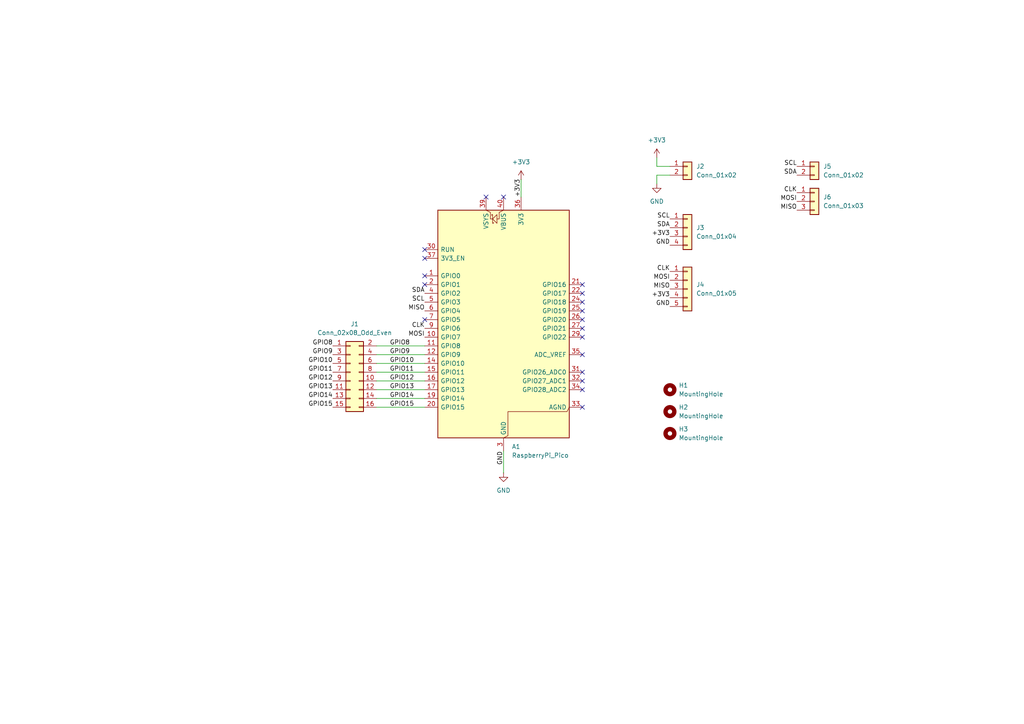
<source format=kicad_sch>
(kicad_sch (version 20250114) (generator "eeschema") (generator_version "9.0")
  (paper "A4")
  (lib_symbols
    (symbol "Connector_Generic:Conn_01x02" (pin_names (offset 1.016) (hide yes))
      (property "Reference" "J" (at 0 2.54 0))
      (property "Value" "Conn_01x02" (at 0 -5.08 0))
      (symbol "Conn_01x02_1_1"
        (rectangle (start -1.27 1.27) (end 1.27 -3.81) (stroke (width 0.254)) (fill (type background)))
        (rectangle (start -1.27 0.127) (end 0 -0.127) (stroke (width 0.1524)))
        (rectangle (start -1.27 -2.413) (end 0 -2.667) (stroke (width 0.1524)))
        (pin passive line (at -5.08 0 0) (length 3.81) (name "Pin_1") (number "1"))
        (pin passive line (at -5.08 -2.54 0) (length 3.81) (name "Pin_2") (number "2"))
      )
    )
    (symbol "Connector_Generic:Conn_01x03" (pin_names (offset 1.016) (hide yes))
      (property "Reference" "J" (at 0 5.08 0))
      (property "Value" "Conn_01x03" (at 0 -5.08 0))
      (symbol "Conn_01x03_1_1"
        (rectangle (start -1.27 3.81) (end 1.27 -3.81) (stroke (width 0.254)) (fill (type background)))
        (rectangle (start -1.27 2.667) (end 0 2.413) (stroke (width 0.1524)))
        (rectangle (start -1.27 0.127) (end 0 -0.127) (stroke (width 0.1524)))
        (rectangle (start -1.27 -2.413) (end 0 -2.667) (stroke (width 0.1524)))
        (pin passive line (at -5.08 2.54 0) (length 3.81) (name "Pin_1") (number "1"))
        (pin passive line (at -5.08 0 0) (length 3.81) (name "Pin_2") (number "2"))
        (pin passive line (at -5.08 -2.54 0) (length 3.81) (name "Pin_3") (number "3"))
      )
    )
    (symbol "Connector_Generic:Conn_01x04" (pin_names (offset 1.016) (hide yes))
      (property "Reference" "J" (at 0 5.08 0))
      (property "Value" "Conn_01x04" (at 0 -7.62 0))
      (symbol "Conn_01x04_1_1"
        (rectangle (start -1.27 3.81) (end 1.27 -6.35) (stroke (width 0.254)) (fill (type background)))
        (rectangle (start -1.27 2.667) (end 0 2.413) (stroke (width 0.1524)))
        (rectangle (start -1.27 0.127) (end 0 -0.127) (stroke (width 0.1524)))
        (rectangle (start -1.27 -2.413) (end 0 -2.667) (stroke (width 0.1524)))
        (rectangle (start -1.27 -4.953) (end 0 -5.207) (stroke (width 0.1524)))
        (pin passive line (at -5.08 2.54 0) (length 3.81) (name "Pin_1") (number "1"))
        (pin passive line (at -5.08 0 0) (length 3.81) (name "Pin_2") (number "2"))
        (pin passive line (at -5.08 -2.54 0) (length 3.81) (name "Pin_3") (number "3"))
        (pin passive line (at -5.08 -5.08 0) (length 3.81) (name "Pin_4") (number "4"))
      )
    )
    (symbol "Connector_Generic:Conn_01x05" (pin_names (offset 1.016) (hide yes))
      (property "Reference" "J" (at 0 7.62 0))
      (property "Value" "Conn_01x05" (at 0 -7.62 0))
      (symbol "Conn_01x05_1_1"
        (rectangle (start -1.27 6.35) (end 1.27 -6.35) (stroke (width 0.254)) (fill (type background)))
        (rectangle (start -1.27 5.207) (end 0 4.953) (stroke (width 0.1524)))
        (rectangle (start -1.27 2.667) (end 0 2.413) (stroke (width 0.1524)))
        (rectangle (start -1.27 0.127) (end 0 -0.127) (stroke (width 0.1524)))
        (rectangle (start -1.27 -2.413) (end 0 -2.667) (stroke (width 0.1524)))
        (rectangle (start -1.27 -4.953) (end 0 -5.207) (stroke (width 0.1524)))
        (pin passive line (at -5.08 5.08 0) (length 3.81) (name "Pin_1") (number "1"))
        (pin passive line (at -5.08 2.54 0) (length 3.81) (name "Pin_2") (number "2"))
        (pin passive line (at -5.08 0 0) (length 3.81) (name "Pin_3") (number "3"))
        (pin passive line (at -5.08 -2.54 0) (length 3.81) (name "Pin_4") (number "4"))
        (pin passive line (at -5.08 -5.08 0) (length 3.81) (name "Pin_5") (number "5"))
      )
    )
    (symbol "Connector_Generic:Conn_02x08_Odd_Even" (pin_names (offset 1.016) (hide yes))
      (property "Reference" "J" (at 1.27 10.16 0))
      (property "Value" "Conn_02x08_Odd_Even" (at 1.27 -12.7 0))
      (symbol "Conn_02x08_Odd_Even_1_1"
        (rectangle (start -1.27 8.89) (end 3.81 -11.43) (stroke (width 0.254)) (fill (type background)))
        (rectangle (start -1.27 7.747) (end 0 7.493) (stroke (width 0.1524)))
        (rectangle (start -1.27 5.207) (end 0 4.953) (stroke (width 0.1524)))
        (rectangle (start -1.27 2.667) (end 0 2.413) (stroke (width 0.1524)))
        (rectangle (start -1.27 0.127) (end 0 -0.127) (stroke (width 0.1524)))
        (rectangle (start -1.27 -2.413) (end 0 -2.667) (stroke (width 0.1524)))
        (rectangle (start -1.27 -4.953) (end 0 -5.207) (stroke (width 0.1524)))
        (rectangle (start -1.27 -7.493) (end 0 -7.747) (stroke (width 0.1524)))
        (rectangle (start -1.27 -10.033) (end 0 -10.287) (stroke (width 0.1524)))
        (rectangle (start 3.81 7.747) (end 2.54 7.493) (stroke (width 0.1524)))
        (rectangle (start 3.81 5.207) (end 2.54 4.953) (stroke (width 0.1524)))
        (rectangle (start 3.81 2.667) (end 2.54 2.413) (stroke (width 0.1524)))
        (rectangle (start 3.81 0.127) (end 2.54 -0.127) (stroke (width 0.1524)))
        (rectangle (start 3.81 -2.413) (end 2.54 -2.667) (stroke (width 0.1524)))
        (rectangle (start 3.81 -4.953) (end 2.54 -5.207) (stroke (width 0.1524)))
        (rectangle (start 3.81 -7.493) (end 2.54 -7.747) (stroke (width 0.1524)))
        (rectangle (start 3.81 -10.033) (end 2.54 -10.287) (stroke (width 0.1524)))
        (pin passive line (at -5.08 7.62 0) (length 3.81) (name "Pin_1") (number "1"))
        (pin passive line (at -5.08 5.08 0) (length 3.81) (name "Pin_3") (number "3"))
        (pin passive line (at -5.08 2.54 0) (length 3.81) (name "Pin_5") (number "5"))
        (pin passive line (at -5.08 0 0) (length 3.81) (name "Pin_7") (number "7"))
        (pin passive line (at -5.08 -2.54 0) (length 3.81) (name "Pin_9") (number "9"))
        (pin passive line (at -5.08 -5.08 0) (length 3.81) (name "Pin_11") (number "11"))
        (pin passive line (at -5.08 -7.62 0) (length 3.81) (name "Pin_13") (number "13"))
        (pin passive line (at -5.08 -10.16 0) (length 3.81) (name "Pin_15") (number "15"))
        (pin passive line (at 7.62 7.62 180) (length 3.81) (name "Pin_2") (number "2"))
        (pin passive line (at 7.62 5.08 180) (length 3.81) (name "Pin_4") (number "4"))
        (pin passive line (at 7.62 2.54 180) (length 3.81) (name "Pin_6") (number "6"))
        (pin passive line (at 7.62 0 180) (length 3.81) (name "Pin_8") (number "8"))
        (pin passive line (at 7.62 -2.54 180) (length 3.81) (name "Pin_10") (number "10"))
        (pin passive line (at 7.62 -5.08 180) (length 3.81) (name "Pin_12") (number "12"))
        (pin passive line (at 7.62 -7.62 180) (length 3.81) (name "Pin_14") (number "14"))
        (pin passive line (at 7.62 -10.16 180) (length 3.81) (name "Pin_16") (number "16"))
      )
    )
    (symbol "MCU_Module:RaspberryPi_Pico" (pin_names (offset 0.762))
      (property "Reference" "A" (at -19.05 35.56 0))
      (property "Value" "RaspberryPi_Pico" (at 7.62 35.56 0))
      (symbol "RaspberryPi_Pico_0_1"
        (rectangle (start -19.05 34.29) (end 19.05 -31.75) (stroke (width 0.254)) (fill (type background)))
        (polyline (pts (xy -5.08 34.29) (xy -3.81 33.655) (xy -3.81 31.75) (xy -3.175 31.75)))
        (polyline (pts (xy -3.429 32.766) (xy -3.429 33.02) (xy -3.175 33.02) (xy -3.175 30.48) (xy -2.921 30.48) (xy -2.921 30.734)))
        (polyline (pts (xy -3.175 31.75) (xy -1.905 33.02) (xy -1.905 30.48) (xy -3.175 31.75)))
        (polyline (pts (xy 0 34.29) (xy -1.27 33.655) (xy -1.27 31.75) (xy -1.905 31.75)))
        (polyline (pts (xy 0 -31.75) (xy 1.27 -31.115) (xy 1.27 -24.13) (xy 18.415 -24.13) (xy 19.05 -22.86)))
      )
      (symbol "RaspberryPi_Pico_1_1"
        (pin passive line (at -22.86 22.86 0) (length 3.81) (name "RUN") (number "30"))
        (pin passive line (at -22.86 20.32 0) (length 3.81) (name "3V3_EN") (number "37"))
        (pin bidirectional line (at -22.86 15.24 0) (length 3.81) (name "GPIO0") (number "1"))
        (pin bidirectional line (at -22.86 12.7 0) (length 3.81) (name "GPIO1") (number "2"))
        (pin bidirectional line (at -22.86 10.16 0) (length 3.81) (name "GPIO2") (number "4"))
        (pin bidirectional line (at -22.86 7.62 0) (length 3.81) (name "GPIO3") (number "5"))
        (pin bidirectional line (at -22.86 5.08 0) (length 3.81) (name "GPIO4") (number "6"))
        (pin bidirectional line (at -22.86 2.54 0) (length 3.81) (name "GPIO5") (number "7"))
        (pin bidirectional line (at -22.86 0 0) (length 3.81) (name "GPIO6") (number "9"))
        (pin bidirectional line (at -22.86 -2.54 0) (length 3.81) (name "GPIO7") (number "10"))
        (pin bidirectional line (at -22.86 -5.08 0) (length 3.81) (name "GPIO8") (number "11"))
        (pin bidirectional line (at -22.86 -7.62 0) (length 3.81) (name "GPIO9") (number "12"))
        (pin bidirectional line (at -22.86 -10.16 0) (length 3.81) (name "GPIO10") (number "14"))
        (pin bidirectional line (at -22.86 -12.7 0) (length 3.81) (name "GPIO11") (number "15"))
        (pin bidirectional line (at -22.86 -15.24 0) (length 3.81) (name "GPIO12") (number "16"))
        (pin bidirectional line (at -22.86 -17.78 0) (length 3.81) (name "GPIO13") (number "17"))
        (pin bidirectional line (at -22.86 -20.32 0) (length 3.81) (name "GPIO14") (number "19"))
        (pin bidirectional line (at -22.86 -22.86 0) (length 3.81) (name "GPIO15") (number "20"))
        (pin power_in line (at -5.08 38.1 270) (length 3.81) (name "VSYS") (number "39"))
        (pin power_out line (at 0 38.1 270) (length 3.81) (name "VBUS") (number "40"))
        (pin passive line (at 0 -35.56 90) (length 3.81) (hide yes) (name "GND") (number "13"))
        (pin passive line (at 0 -35.56 90) (length 3.81) (hide yes) (name "GND") (number "18"))
        (pin passive line (at 0 -35.56 90) (length 3.81) (hide yes) (name "GND") (number "23"))
        (pin passive line (at 0 -35.56 90) (length 3.81) (hide yes) (name "GND") (number "28"))
        (pin power_out line (at 0 -35.56 90) (length 3.81) (name "GND") (number "3"))
        (pin passive line (at 0 -35.56 90) (length 3.81) (hide yes) (name "GND") (number "38"))
        (pin passive line (at 0 -35.56 90) (length 3.81) (hide yes) (name "GND") (number "8"))
        (pin power_out line (at 5.08 38.1 270) (length 3.81) (name "3V3") (number "36"))
        (pin bidirectional line (at 22.86 12.7 180) (length 3.81) (name "GPIO16") (number "21"))
        (pin bidirectional line (at 22.86 10.16 180) (length 3.81) (name "GPIO17") (number "22"))
        (pin bidirectional line (at 22.86 7.62 180) (length 3.81) (name "GPIO18") (number "24"))
        (pin bidirectional line (at 22.86 5.08 180) (length 3.81) (name "GPIO19") (number "25"))
        (pin bidirectional line (at 22.86 2.54 180) (length 3.81) (name "GPIO20") (number "26"))
        (pin bidirectional line (at 22.86 0 180) (length 3.81) (name "GPIO21") (number "27"))
        (pin bidirectional line (at 22.86 -2.54 180) (length 3.81) (name "GPIO22") (number "29"))
        (pin power_in line (at 22.86 -7.62 180) (length 3.81) (name "ADC_VREF") (number "35"))
        (pin bidirectional line (at 22.86 -12.7 180) (length 3.81) (name "GPIO26_ADC0") (number "31"))
        (pin bidirectional line (at 22.86 -15.24 180) (length 3.81) (name "GPIO27_ADC1") (number "32"))
        (pin bidirectional line (at 22.86 -17.78 180) (length 3.81) (name "GPIO28_ADC2") (number "34"))
        (pin power_out line (at 22.86 -22.86 180) (length 3.81) (name "AGND") (number "33"))
      )
    )
    (symbol "Mechanical:MountingHole" (pin_names (offset 1.016)) (in_bom no)
      (property "Reference" "H" (at 0 5.08 0))
      (property "Value" "MountingHole" (at 0 3.175 0))
      (symbol "MountingHole_0_1"
        (circle (center 0 0) (radius 1.27) (stroke (width 1.27)))
      )
    )
    (symbol "power:+3V3" (power) (pin_numbers (hide yes)) (pin_names (offset 0) (hide yes))
      (property "Value" "+3V3" (at 0 3.556 0))
      (symbol "+3V3_0_1"
        (polyline (pts (xy -0.762 1.27) (xy 0 2.54)))
        (polyline (pts (xy 0 2.54) (xy 0.762 1.27)))
        (polyline (pts (xy 0 0) (xy 0 2.54)))
      )
      (symbol "+3V3_1_1"
        (pin power_in line (at 0 0 90) (length 0) (name "~") (number "1"))
      )
    )
    (symbol "power:GND" (power) (pin_numbers (hide yes)) (pin_names (offset 0) (hide yes))
      (property "Value" "GND" (at 0 -3.81 0))
      (symbol "GND_0_1"
        (polyline (pts (xy 0 0) (xy 0 -1.27) (xy 1.27 -1.27) (xy 0 -2.54) (xy -1.27 -1.27) (xy 0 -1.27)))
      )
      (symbol "GND_1_1"
        (pin power_in line (at 0 0 270) (length 0) (name "~") (number "1"))
      )
    )
  )
  (no_connect (at 146.05 57.15))
  (no_connect (at 168.91 87.63))
  (no_connect (at 123.19 80.01))
  (no_connect (at 123.19 72.39))
  (no_connect (at 168.91 82.55))
  (no_connect (at 168.91 102.87))
  (no_connect (at 168.91 85.09))
  (no_connect (at 168.91 90.17))
  (no_connect (at 168.91 95.25))
  (no_connect (at 168.91 118.11))
  (no_connect (at 168.91 92.71))
  (no_connect (at 123.19 92.71))
  (no_connect (at 123.19 74.93))
  (no_connect (at 168.91 110.49))
  (no_connect (at 168.91 97.79))
  (no_connect (at 140.97 57.15))
  (no_connect (at 123.19 82.55))
  (no_connect (at 168.91 113.03))
  (no_connect (at 168.91 107.95))
  (wire (pts (xy 190.5 50.8) (xy 190.5 53.34)))
  (wire (pts (xy 109.22 110.49) (xy 123.19 110.49)))
  (wire (pts (xy 109.22 102.87) (xy 123.19 102.87)))
  (wire (pts (xy 109.22 105.41) (xy 123.19 105.41)))
  (wire (pts (xy 151.13 52.07) (xy 151.13 57.15)))
  (wire (pts (xy 109.22 118.11) (xy 123.19 118.11)))
  (wire (pts (xy 146.05 130.81) (xy 146.05 137.16)))
  (wire (pts (xy 109.22 100.33) (xy 123.19 100.33)))
  (wire (pts (xy 109.22 113.03) (xy 123.19 113.03)))
  (wire (pts (xy 190.5 50.8) (xy 194.31 50.8)))
  (wire (pts (xy 109.22 115.57) (xy 123.19 115.57)))
  (wire (pts (xy 109.22 107.95) (xy 123.19 107.95)))
  (wire (pts (xy 190.5 45.72) (xy 190.5 48.26)))
  (wire (pts (xy 190.5 48.26) (xy 194.31 48.26)))
  (label "GPIO9" (at 113.03 102.87 0))
  (label "CLK" (at 123.19 95.25 180))
  (label "CLK" (at 231.14 55.88 180))
  (label "MISO" (at 194.31 83.82 180))
  (label "SCL" (at 231.14 48.26 180))
  (label "SDA" (at 231.14 50.8 180))
  (label "GPIO13" (at 113.03 113.03 0))
  (label "+3V3" (at 151.13 57.15 90))
  (label "MOSI" (at 231.14 58.42 180))
  (label "GPIO15" (at 113.03 118.11 0))
  (label "SDA" (at 194.31 66.04 180))
  (label "+3V3" (at 194.31 68.58 180))
  (label "GPIO10" (at 96.52 105.41 180))
  (label "SCL" (at 123.19 87.63 180))
  (label "GPIO9" (at 96.52 102.87 180))
  (label "SCL" (at 194.31 63.5 180))
  (label "GPIO14" (at 113.03 115.57 0))
  (label "GPIO11" (at 113.03 107.95 0))
  (label "MOSI" (at 194.31 81.28 180))
  (label "MOSI" (at 123.19 97.79 180))
  (label "GPIO11" (at 96.52 107.95 180))
  (label "GPIO14" (at 96.52 115.57 180))
  (label "SDA" (at 123.19 85.09 180))
  (label "MISO" (at 123.19 90.17 180))
  (label "GND" (at 194.31 71.12 180))
  (label "CLK" (at 194.31 78.74 180))
  (label "GPIO13" (at 96.52 113.03 180))
  (label "GND" (at 194.31 88.9 180))
  (label "GPIO8" (at 113.03 100.33 0))
  (label "GPIO8" (at 96.52 100.33 180))
  (label "GPIO10" (at 113.03 105.41 0))
  (label "+3V3" (at 194.31 86.36 180))
  (label "GPIO15" (at 96.52 118.11 180))
  (label "GPIO12" (at 96.52 110.49 180))
  (label "GND" (at 146.05 130.81 270))
  (label "GPIO12" (at 113.03 110.49 0))
  (label "MISO" (at 231.14 60.96 180))
  (symbol (lib_id "Connector_Generic:Conn_02x08_Odd_Even") (at 101.6 107.95 0) (unit 1)
    (property "Reference" "J1" (at 102.87 93.98 0))
    (property "Value" "Conn_02x08_Odd_Even" (at 102.87 96.52 0))
    (property "Footprint" "Connector_PinHeader_2.54mm:PinHeader_2x08_P2.54mm_Vertical" (effects (hide yes)))
    (property "Description" "Generic connector, double row, 02x08, odd/even pin numbering scheme (row 1 odd numbers, row 2 even numbers), script generated (kicad-library-utils/schlib/autogen/connector/)" (effects (hide yes)))
  )
  (symbol (lib_id "Connector_Generic:Conn_01x02") (at 236.22 48.26 0) (unit 1)
    (property "Reference" "J5" (at 238.76 48.2599 0) (effects (justify left)))
    (property "Value" "Conn_01x02" (at 238.76 50.7999 0) (effects (justify left)))
    (property "Footprint" "Connector_PinHeader_2.54mm:PinHeader_1x02_P2.54mm_Vertical" (effects (hide yes)))
    (property "Description" "Generic connector, single row, 01x02, script generated (kicad-library-utils/schlib/autogen/connector/)" (effects (hide yes)))
  )
  (symbol (lib_id "Connector_Generic:Conn_01x04") (at 199.39 66.04 0) (unit 1)
    (property "Reference" "J3" (at 201.93 66.0399 0) (effects (justify left)))
    (property "Value" "Conn_01x04" (at 201.93 68.5799 0) (effects (justify left)))
    (property "Footprint" "Connector_PinSocket_2.54mm:PinSocket_1x04_P2.54mm_Horizontal" (effects (hide yes)))
    (property "Description" "Generic connector, single row, 01x04, script generated (kicad-library-utils/schlib/autogen/connector/)" (effects (hide yes)))
  )
  (symbol (lib_id "Connector_Generic:Conn_01x05") (at 199.39 83.82 0) (unit 1)
    (property "Reference" "J4" (at 201.93 82.5499 0) (effects (justify left)))
    (property "Value" "Conn_01x05" (at 201.93 85.0899 0) (effects (justify left)))
    (property "Footprint" "Connector_PinSocket_2.54mm:PinSocket_1x05_P2.54mm_Horizontal" (effects (hide yes)))
    (property "Description" "Generic connector, single row, 01x05, script generated (kicad-library-utils/schlib/autogen/connector/)" (effects (hide yes)))
  )
  (symbol (lib_id "power:GND") (at 190.5 53.34 0) (unit 1)
    (property "Reference" "#PWR04" (effects (hide yes)))
    (property "Value" "GND" (at 190.5 58.42 0))
    (property "Description" "Power symbol creates a global label with name \"GND\" , ground" (effects (hide yes)))
  )
  (symbol (lib_id "Mechanical:MountingHole") (at 194.31 113.03 0) (unit 1) (in_bom no)
    (property "Reference" "H1" (at 196.85 111.7599 0) (effects (justify left)))
    (property "Value" "MountingHole" (at 196.85 114.2999 0) (effects (justify left)))
    (property "Footprint" "MountingHole:MountingHole_3.2mm_M3" (effects (hide yes)))
    (property "Description" "Mounting Hole without connection" (effects (hide yes)))
  )
  (symbol (lib_id "power:+3V3") (at 190.5 45.72 0) (unit 1)
    (property "Reference" "#PWR03" (effects (hide yes)))
    (property "Value" "+3V3" (at 190.5 40.64 0))
    (property "Description" "Power symbol creates a global label with name \"+3V3\"" (effects (hide yes)))
  )
  (symbol (lib_id "MCU_Module:RaspberryPi_Pico") (at 146.05 95.25 0) (unit 1)
    (property "Reference" "A1" (at 148.4342 129.54 0) (effects (justify left)))
    (property "Value" "RaspberryPi_Pico" (at 148.4342 132.08 0) (effects (justify left)))
    (property "Footprint" "Module:RaspberryPi_Pico_Common_Unspecified" (effects (hide yes)))
    (property "Datasheet" "https://datasheets.raspberrypi.com/pico/pico-datasheet.pdf" (effects (hide yes)))
    (property "Description" "Versatile and inexpensive microcontroller module powered by RP2040 dual-core Arm Cortex-M0+ processor up to 133 MHz, 264kB SRAM, 2MB QSPI flash; also supports Raspberry Pi Pico 2" (effects (hide yes)))
  )
  (symbol (lib_id "power:GND") (at 146.05 137.16 0) (unit 1)
    (property "Reference" "#PWR01" (effects (hide yes)))
    (property "Value" "GND" (at 146.05 142.24 0))
    (property "Description" "Power symbol creates a global label with name \"GND\" , ground" (effects (hide yes)))
  )
  (symbol (lib_id "Connector_Generic:Conn_01x03") (at 236.22 58.42 0) (unit 1)
    (property "Reference" "J6" (at 238.76 57.1499 0) (effects (justify left)))
    (property "Value" "Conn_01x03" (at 238.76 59.6899 0) (effects (justify left)))
    (property "Footprint" "Connector_PinHeader_2.54mm:PinHeader_1x03_P2.54mm_Vertical" (effects (hide yes)))
    (property "Description" "Generic connector, single row, 01x03, script generated (kicad-library-utils/schlib/autogen/connector/)" (effects (hide yes)))
  )
  (symbol (lib_id "Mechanical:MountingHole") (at 194.31 125.73 0) (unit 1) (in_bom no)
    (property "Reference" "H3" (at 196.85 124.4599 0) (effects (justify left)))
    (property "Value" "MountingHole" (at 196.85 126.9999 0) (effects (justify left)))
    (property "Footprint" "MountingHole:MountingHole_3.2mm_M3" (effects (hide yes)))
    (property "Description" "Mounting Hole without connection" (effects (hide yes)))
  )
  (symbol (lib_id "power:+3V3") (at 151.13 52.07 0) (unit 1)
    (property "Reference" "#PWR02" (effects (hide yes)))
    (property "Value" "+3V3" (at 151.13 46.99 0))
    (property "Description" "Power symbol creates a global label with name \"+3V3\"" (effects (hide yes)))
  )
  (symbol (lib_id "Mechanical:MountingHole") (at 194.31 119.38 0) (unit 1) (in_bom no)
    (property "Reference" "H2" (at 196.85 118.1099 0) (effects (justify left)))
    (property "Value" "MountingHole" (at 196.85 120.6499 0) (effects (justify left)))
    (property "Footprint" "MountingHole:MountingHole_3.2mm_M3" (effects (hide yes)))
    (property "Description" "Mounting Hole without connection" (effects (hide yes)))
  )
  (symbol (lib_id "Connector_Generic:Conn_01x02") (at 199.39 48.26 0) (unit 1)
    (property "Reference" "J2" (at 201.93 48.2599 0) (effects (justify left)))
    (property "Value" "Conn_01x02" (at 201.93 50.7999 0) (effects (justify left)))
    (property "Footprint" "Connector_PinHeader_2.54mm:PinHeader_1x02_P2.54mm_Vertical" (effects (hide yes)))
    (property "Description" "Generic connector, single row, 01x02, script generated (kicad-library-utils/schlib/autogen/connector/)" (effects (hide yes)))
  )
)
</source>
